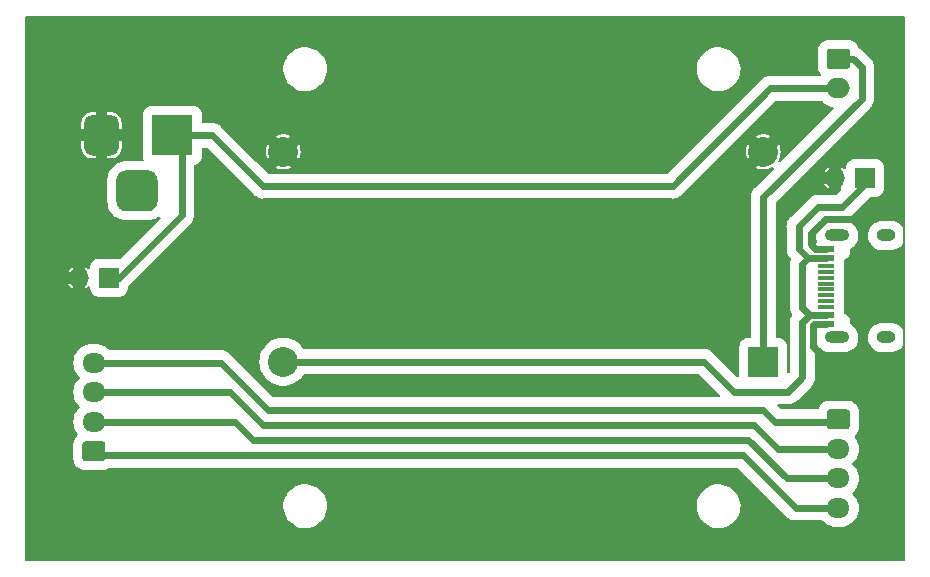
<source format=gbr>
G04 #@! TF.GenerationSoftware,KiCad,Pcbnew,7.0.11+1*
G04 #@! TF.ProjectId,radwag_scale,72616477-6167-45f7-9363-616c652e6b69,rev?*
G04 #@! TF.SameCoordinates,Original*
G04 #@! TF.FileFunction,Copper,L1,Top*
G04 #@! TF.FilePolarity,Positive*
%FSLAX46Y46*%
G04 Gerber Fmt 4.6, Leading zero omitted, Abs format (unit mm)*
%MOMM*%
%LPD*%
G01*
G04 APERTURE LIST*
G04 #@! TA.AperFunction,Profile*
%ADD10C,0.200000*%
G04 #@! TD*
G04 #@! TA.AperFunction,SMDPad,CuDef*
%ADD11R,1.450000X0.600000*%
G04 #@! TD*
G04 #@! TA.AperFunction,SMDPad,CuDef*
%ADD12R,1.450000X0.300000*%
G04 #@! TD*
G04 #@! TA.AperFunction,ComponentPad*
%ADD13O,2.100000X1.000000*%
G04 #@! TD*
G04 #@! TA.AperFunction,ComponentPad*
%ADD14O,1.600000X1.000000*%
G04 #@! TD*
G04 #@! TA.AperFunction,ComponentPad*
%ADD15R,3.500000X3.500000*%
G04 #@! TD*
G04 #@! TA.AperFunction,ComponentPad*
%ADD16O,1.950000X1.700000*%
G04 #@! TD*
G04 #@! TA.AperFunction,ComponentPad*
%ADD17R,1.700000X1.700000*%
G04 #@! TD*
G04 #@! TA.AperFunction,ComponentPad*
%ADD18O,1.700000X1.700000*%
G04 #@! TD*
G04 #@! TA.AperFunction,ComponentPad*
%ADD19R,2.540000X2.540000*%
G04 #@! TD*
G04 #@! TA.AperFunction,ComponentPad*
%ADD20C,2.540000*%
G04 #@! TD*
G04 #@! TA.AperFunction,ComponentPad*
%ADD21O,2.000000X1.700000*%
G04 #@! TD*
G04 #@! TA.AperFunction,Conductor*
%ADD22C,0.600000*%
G04 #@! TD*
G04 APERTURE END LIST*
D10*
X66330000Y-35560000D02*
X140716000Y-35560000D01*
X140716000Y-81534000D01*
X66330000Y-81534000D01*
X66330000Y-35560000D01*
D11*
X134115000Y-61600000D03*
X134115000Y-60800000D03*
D12*
X134115000Y-59650000D03*
X134115000Y-58650000D03*
X134115000Y-58150000D03*
X134115000Y-57150000D03*
D11*
X134115000Y-56000000D03*
X134115000Y-55200000D03*
X134115000Y-55200000D03*
X134115000Y-56000000D03*
D12*
X134115000Y-56650000D03*
X134115000Y-57650000D03*
X134115000Y-59150000D03*
X134115000Y-60150000D03*
D11*
X134115000Y-60800000D03*
X134115000Y-61600000D03*
D13*
X135030000Y-62720000D03*
D14*
X139210000Y-62720000D03*
D13*
X135030000Y-54080000D03*
D14*
X139210000Y-54080000D03*
D15*
X78750000Y-45600000D03*
G04 #@! TA.AperFunction,ComponentPad*
G36*
G01*
X71250000Y-46600000D02*
X71250000Y-44600000D01*
G75*
G02*
X72000000Y-43850000I750000J0D01*
G01*
X73500000Y-43850000D01*
G75*
G02*
X74250000Y-44600000I0J-750000D01*
G01*
X74250000Y-46600000D01*
G75*
G02*
X73500000Y-47350000I-750000J0D01*
G01*
X72000000Y-47350000D01*
G75*
G02*
X71250000Y-46600000I0J750000D01*
G01*
G37*
G04 #@! TD.AperFunction*
G04 #@! TA.AperFunction,ComponentPad*
G36*
G01*
X74000000Y-51175000D02*
X74000000Y-49425000D01*
G75*
G02*
X74875000Y-48550000I875000J0D01*
G01*
X76625000Y-48550000D01*
G75*
G02*
X77500000Y-49425000I0J-875000D01*
G01*
X77500000Y-51175000D01*
G75*
G02*
X76625000Y-52050000I-875000J0D01*
G01*
X74875000Y-52050000D01*
G75*
G02*
X74000000Y-51175000I0J875000D01*
G01*
G37*
G04 #@! TD.AperFunction*
G04 #@! TA.AperFunction,ComponentPad*
G36*
G01*
X72825000Y-73200000D02*
X71375000Y-73200000D01*
G75*
G02*
X71125000Y-72950000I0J250000D01*
G01*
X71125000Y-71750000D01*
G75*
G02*
X71375000Y-71500000I250000J0D01*
G01*
X72825000Y-71500000D01*
G75*
G02*
X73075000Y-71750000I0J-250000D01*
G01*
X73075000Y-72950000D01*
G75*
G02*
X72825000Y-73200000I-250000J0D01*
G01*
G37*
G04 #@! TD.AperFunction*
D16*
X72100000Y-69850000D03*
X72100000Y-67350000D03*
X72100000Y-64850000D03*
D17*
X73375000Y-57650000D03*
D18*
X70835000Y-57650000D03*
D17*
X137400000Y-49200000D03*
D18*
X134860000Y-49200000D03*
D19*
X128778000Y-64770000D03*
D20*
X128778000Y-46990000D03*
X88138000Y-46990000D03*
X88138000Y-64770000D03*
G04 #@! TA.AperFunction,ComponentPad*
G36*
G01*
X134385500Y-38286000D02*
X135885500Y-38286000D01*
G75*
G02*
X136135500Y-38536000I0J-250000D01*
G01*
X136135500Y-39736000D01*
G75*
G02*
X135885500Y-39986000I-250000J0D01*
G01*
X134385500Y-39986000D01*
G75*
G02*
X134135500Y-39736000I0J250000D01*
G01*
X134135500Y-38536000D01*
G75*
G02*
X134385500Y-38286000I250000J0D01*
G01*
G37*
G04 #@! TD.AperFunction*
D21*
X135135500Y-41636000D03*
G04 #@! TA.AperFunction,ComponentPad*
G36*
G01*
X134410500Y-68806000D02*
X135860500Y-68806000D01*
G75*
G02*
X136110500Y-69056000I0J-250000D01*
G01*
X136110500Y-70256000D01*
G75*
G02*
X135860500Y-70506000I-250000J0D01*
G01*
X134410500Y-70506000D01*
G75*
G02*
X134160500Y-70256000I0J250000D01*
G01*
X134160500Y-69056000D01*
G75*
G02*
X134410500Y-68806000I250000J0D01*
G01*
G37*
G04 #@! TD.AperFunction*
D16*
X135135500Y-72156000D03*
X135135500Y-74656000D03*
X135135500Y-77156000D03*
D22*
X73375000Y-57650000D02*
X74250000Y-57650000D01*
X86400000Y-49900000D02*
X121100000Y-49900000D01*
X79550000Y-46400000D02*
X78750000Y-45600000D01*
X79550000Y-52350000D02*
X79550000Y-46400000D01*
X121100000Y-49900000D02*
X129364000Y-41636000D01*
X82100000Y-45600000D02*
X86400000Y-49900000D01*
X78750000Y-45600000D02*
X82100000Y-45600000D01*
X129364000Y-41636000D02*
X135135500Y-41636000D01*
X74250000Y-57650000D02*
X79550000Y-52350000D01*
X132800000Y-53900000D02*
X133800000Y-52900000D01*
X134115000Y-61600000D02*
X133100000Y-61600000D01*
X133200000Y-55200000D02*
X132800000Y-54800000D01*
X132800000Y-54800000D02*
X132800000Y-53900000D01*
X134115000Y-55200000D02*
X133200000Y-55200000D01*
X133800000Y-52900000D02*
X134000000Y-52700000D01*
X133000000Y-61700000D02*
X133000000Y-63500000D01*
X133100000Y-61600000D02*
X133000000Y-61700000D01*
X133000000Y-63500000D02*
X133400000Y-63900000D01*
X134000000Y-52700000D02*
X136600000Y-52700000D01*
X72450000Y-72700000D02*
X127056000Y-72700000D01*
X127056000Y-72700000D02*
X131512000Y-77156000D01*
X72100000Y-72350000D02*
X72450000Y-72700000D01*
X131512000Y-77156000D02*
X135135500Y-77156000D01*
X127508000Y-71374000D02*
X130790000Y-74656000D01*
X85574000Y-71374000D02*
X127508000Y-71374000D01*
X72100000Y-69850000D02*
X84050000Y-69850000D01*
X84050000Y-69850000D02*
X85574000Y-71374000D01*
X130790000Y-74656000D02*
X135135500Y-74656000D01*
X86404000Y-70104000D02*
X128016000Y-70104000D01*
X83650000Y-67350000D02*
X86404000Y-70104000D01*
X130068000Y-72156000D02*
X135135500Y-72156000D01*
X72100000Y-67350000D02*
X83650000Y-67350000D01*
X128016000Y-70104000D02*
X130068000Y-72156000D01*
X135121500Y-72644000D02*
X135185500Y-72708000D01*
X134941500Y-69850000D02*
X135135500Y-69656000D01*
X82850000Y-64850000D02*
X86834000Y-68834000D01*
X129794000Y-69850000D02*
X134941500Y-69850000D01*
X86834000Y-68834000D02*
X128778000Y-68834000D01*
X72100000Y-64850000D02*
X82850000Y-64850000D01*
X128778000Y-68834000D02*
X129794000Y-69850000D01*
X128778000Y-64770000D02*
X128778000Y-50822000D01*
X137100000Y-42500000D02*
X137100000Y-39818000D01*
X128778000Y-50822000D02*
X137100000Y-42500000D01*
X137100000Y-39818000D02*
X136418000Y-39136000D01*
X136418000Y-39136000D02*
X135389500Y-39136000D01*
X131800000Y-55200000D02*
X131800000Y-53300000D01*
X123770000Y-64770000D02*
X126300000Y-67300000D01*
X133400000Y-51700000D02*
X135450000Y-51700000D01*
X132700000Y-60800000D02*
X132100000Y-60200000D01*
X130900000Y-67300000D02*
X132100000Y-66100000D01*
X88138000Y-64770000D02*
X123770000Y-64770000D01*
X137400000Y-49750000D02*
X137400000Y-49200000D01*
X126300000Y-67300000D02*
X130900000Y-67300000D01*
X132700000Y-60800000D02*
X132100000Y-61400000D01*
X131800000Y-53300000D02*
X133400000Y-51700000D01*
X132100000Y-60200000D02*
X132100000Y-56500000D01*
X134115000Y-56000000D02*
X132600000Y-56000000D01*
X135450000Y-51700000D02*
X137400000Y-49750000D01*
X137400000Y-49200000D02*
X137675000Y-49200000D01*
X132600000Y-56000000D02*
X132100000Y-56500000D01*
X132600000Y-56000000D02*
X131800000Y-55200000D01*
X132100000Y-66100000D02*
X132100000Y-61400000D01*
X134115000Y-60800000D02*
X132700000Y-60800000D01*
G04 #@! TA.AperFunction,Conductor*
G36*
X133255637Y-53432506D02*
G01*
X133311571Y-53474377D01*
X133335988Y-53539842D01*
X133326326Y-53597422D01*
X133285897Y-53692009D01*
X133285895Y-53692017D01*
X133235810Y-53911457D01*
X133235808Y-53911468D01*
X133230769Y-54023674D01*
X133225710Y-54136330D01*
X133255925Y-54359387D01*
X133255926Y-54359390D01*
X133325484Y-54573466D01*
X133327674Y-54578591D01*
X133325374Y-54579573D01*
X133337609Y-54637557D01*
X133312784Y-54702868D01*
X133282875Y-54731041D01*
X133245807Y-54755809D01*
X133201603Y-54821965D01*
X133198082Y-54839667D01*
X133165695Y-54901577D01*
X133104978Y-54936149D01*
X133035209Y-54932408D01*
X132988784Y-54903153D01*
X132886819Y-54801188D01*
X132853334Y-54739865D01*
X132850500Y-54713507D01*
X132850500Y-53786493D01*
X132870185Y-53719454D01*
X132886819Y-53698812D01*
X132999097Y-53586534D01*
X133124625Y-53461005D01*
X133185946Y-53427522D01*
X133255637Y-53432506D01*
G37*
G04 #@! TD.AperFunction*
G04 #@! TA.AperFunction,Conductor*
G36*
X140658539Y-35580185D02*
G01*
X140704294Y-35632989D01*
X140715500Y-35684500D01*
X140715500Y-53231631D01*
X140695815Y-53298670D01*
X140643011Y-53344425D01*
X140573853Y-53354369D01*
X140510297Y-53325344D01*
X140494553Y-53308944D01*
X140417510Y-53212336D01*
X140417508Y-53212334D01*
X140247996Y-53064235D01*
X140054764Y-52948785D01*
X139975671Y-52919100D01*
X139844023Y-52869692D01*
X139622550Y-52829500D01*
X139622547Y-52829500D01*
X138853845Y-52829500D01*
X138815399Y-52832960D01*
X138685813Y-52844622D01*
X138685807Y-52844623D01*
X138468839Y-52904503D01*
X138468826Y-52904508D01*
X138266033Y-53002167D01*
X138266025Y-53002171D01*
X138083927Y-53134473D01*
X138083925Y-53134474D01*
X137928366Y-53297176D01*
X137804363Y-53485033D01*
X137715899Y-53692004D01*
X137715895Y-53692017D01*
X137665810Y-53911457D01*
X137665808Y-53911468D01*
X137660769Y-54023674D01*
X137655710Y-54136330D01*
X137685925Y-54359387D01*
X137685926Y-54359390D01*
X137755483Y-54573465D01*
X137862146Y-54771678D01*
X137862148Y-54771681D01*
X138002489Y-54947663D01*
X138002491Y-54947664D01*
X138002492Y-54947666D01*
X138172004Y-55095765D01*
X138365236Y-55211215D01*
X138575976Y-55290307D01*
X138797450Y-55330500D01*
X138797453Y-55330500D01*
X139566148Y-55330500D01*
X139566155Y-55330500D01*
X139734188Y-55315377D01*
X139734192Y-55315376D01*
X139951160Y-55255496D01*
X139951162Y-55255495D01*
X139951170Y-55255493D01*
X140153973Y-55157829D01*
X140336078Y-55025522D01*
X140491632Y-54862825D01*
X140491635Y-54862819D01*
X140494546Y-54859170D01*
X140551731Y-54819024D01*
X140621542Y-54816168D01*
X140681815Y-54851509D01*
X140713414Y-54913825D01*
X140715500Y-54936474D01*
X140715500Y-61871631D01*
X140695815Y-61938670D01*
X140643011Y-61984425D01*
X140573853Y-61994369D01*
X140510297Y-61965344D01*
X140494553Y-61948944D01*
X140417510Y-61852336D01*
X140415409Y-61850500D01*
X140247996Y-61704235D01*
X140054764Y-61588785D01*
X139936775Y-61544503D01*
X139844023Y-61509692D01*
X139622550Y-61469500D01*
X139622547Y-61469500D01*
X138853845Y-61469500D01*
X138815399Y-61472960D01*
X138685813Y-61484622D01*
X138685807Y-61484623D01*
X138468839Y-61544503D01*
X138468826Y-61544508D01*
X138266033Y-61642167D01*
X138266025Y-61642171D01*
X138083927Y-61774473D01*
X138083925Y-61774474D01*
X137928366Y-61937176D01*
X137804363Y-62125033D01*
X137715899Y-62332004D01*
X137715895Y-62332017D01*
X137665810Y-62551457D01*
X137665808Y-62551468D01*
X137659473Y-62692539D01*
X137655710Y-62776330D01*
X137685925Y-62999387D01*
X137685926Y-62999390D01*
X137755483Y-63213465D01*
X137862146Y-63411678D01*
X137862148Y-63411681D01*
X138002489Y-63587663D01*
X138002491Y-63587664D01*
X138002492Y-63587666D01*
X138172004Y-63735765D01*
X138365236Y-63851215D01*
X138575976Y-63930307D01*
X138797450Y-63970500D01*
X138797453Y-63970500D01*
X139566148Y-63970500D01*
X139566155Y-63970500D01*
X139734188Y-63955377D01*
X139734192Y-63955376D01*
X139951160Y-63895496D01*
X139951162Y-63895495D01*
X139951170Y-63895493D01*
X140153973Y-63797829D01*
X140336078Y-63665522D01*
X140491632Y-63502825D01*
X140491635Y-63502819D01*
X140494546Y-63499170D01*
X140551731Y-63459024D01*
X140621542Y-63456168D01*
X140681815Y-63491509D01*
X140713414Y-63553825D01*
X140715500Y-63576474D01*
X140715500Y-81409500D01*
X140695815Y-81476539D01*
X140643011Y-81522294D01*
X140591500Y-81533500D01*
X66454500Y-81533500D01*
X66387461Y-81513815D01*
X66341706Y-81461011D01*
X66330500Y-81409500D01*
X66330500Y-77067763D01*
X88145787Y-77067763D01*
X88175413Y-77337013D01*
X88175415Y-77337024D01*
X88243926Y-77599082D01*
X88243928Y-77599088D01*
X88349870Y-77848390D01*
X88462954Y-78033685D01*
X88490979Y-78079605D01*
X88490986Y-78079615D01*
X88664253Y-78287819D01*
X88664259Y-78287824D01*
X88865998Y-78468582D01*
X89091910Y-78618044D01*
X89337176Y-78733020D01*
X89337183Y-78733022D01*
X89337185Y-78733023D01*
X89596557Y-78811057D01*
X89596564Y-78811058D01*
X89596569Y-78811060D01*
X89864561Y-78850500D01*
X89864566Y-78850500D01*
X90067636Y-78850500D01*
X90119133Y-78846730D01*
X90270156Y-78835677D01*
X90382758Y-78810593D01*
X90534546Y-78776782D01*
X90534548Y-78776781D01*
X90534553Y-78776780D01*
X90787558Y-78680014D01*
X91023777Y-78547441D01*
X91238177Y-78381888D01*
X91426186Y-78186881D01*
X91583799Y-77966579D01*
X91657787Y-77822669D01*
X91707649Y-77725690D01*
X91707651Y-77725684D01*
X91707656Y-77725675D01*
X91795118Y-77469305D01*
X91844319Y-77202933D01*
X91849259Y-77067763D01*
X123145787Y-77067763D01*
X123175413Y-77337013D01*
X123175415Y-77337024D01*
X123243926Y-77599082D01*
X123243928Y-77599088D01*
X123349870Y-77848390D01*
X123462954Y-78033685D01*
X123490979Y-78079605D01*
X123490986Y-78079615D01*
X123664253Y-78287819D01*
X123664259Y-78287824D01*
X123865998Y-78468582D01*
X124091910Y-78618044D01*
X124337176Y-78733020D01*
X124337183Y-78733022D01*
X124337185Y-78733023D01*
X124596557Y-78811057D01*
X124596564Y-78811058D01*
X124596569Y-78811060D01*
X124864561Y-78850500D01*
X124864566Y-78850500D01*
X125067636Y-78850500D01*
X125119133Y-78846730D01*
X125270156Y-78835677D01*
X125382758Y-78810593D01*
X125534546Y-78776782D01*
X125534548Y-78776781D01*
X125534553Y-78776780D01*
X125787558Y-78680014D01*
X126023777Y-78547441D01*
X126238177Y-78381888D01*
X126426186Y-78186881D01*
X126583799Y-77966579D01*
X126657787Y-77822669D01*
X126707649Y-77725690D01*
X126707651Y-77725684D01*
X126707656Y-77725675D01*
X126795118Y-77469305D01*
X126844319Y-77202933D01*
X126854212Y-76932235D01*
X126824586Y-76662982D01*
X126756072Y-76400912D01*
X126650130Y-76151610D01*
X126509018Y-75920390D01*
X126467265Y-75870218D01*
X126335746Y-75712180D01*
X126335740Y-75712175D01*
X126134002Y-75531418D01*
X125908092Y-75381957D01*
X125908090Y-75381956D01*
X125662824Y-75266980D01*
X125662819Y-75266978D01*
X125662814Y-75266976D01*
X125403442Y-75188942D01*
X125403428Y-75188939D01*
X125287791Y-75171921D01*
X125135439Y-75149500D01*
X124932369Y-75149500D01*
X124932364Y-75149500D01*
X124729844Y-75164323D01*
X124729831Y-75164325D01*
X124465453Y-75223217D01*
X124465446Y-75223220D01*
X124212439Y-75319987D01*
X123976226Y-75452557D01*
X123761822Y-75618112D01*
X123573822Y-75813109D01*
X123573816Y-75813116D01*
X123416202Y-76033419D01*
X123416199Y-76033424D01*
X123292350Y-76274309D01*
X123292343Y-76274327D01*
X123204884Y-76530685D01*
X123204881Y-76530699D01*
X123155681Y-76797068D01*
X123155680Y-76797075D01*
X123145787Y-77067763D01*
X91849259Y-77067763D01*
X91854212Y-76932235D01*
X91824586Y-76662982D01*
X91756072Y-76400912D01*
X91650130Y-76151610D01*
X91509018Y-75920390D01*
X91467265Y-75870218D01*
X91335746Y-75712180D01*
X91335740Y-75712175D01*
X91134002Y-75531418D01*
X90908092Y-75381957D01*
X90908090Y-75381956D01*
X90662824Y-75266980D01*
X90662819Y-75266978D01*
X90662814Y-75266976D01*
X90403442Y-75188942D01*
X90403428Y-75188939D01*
X90287791Y-75171921D01*
X90135439Y-75149500D01*
X89932369Y-75149500D01*
X89932364Y-75149500D01*
X89729844Y-75164323D01*
X89729831Y-75164325D01*
X89465453Y-75223217D01*
X89465446Y-75223220D01*
X89212439Y-75319987D01*
X88976226Y-75452557D01*
X88761822Y-75618112D01*
X88573822Y-75813109D01*
X88573816Y-75813116D01*
X88416202Y-76033419D01*
X88416199Y-76033424D01*
X88292350Y-76274309D01*
X88292343Y-76274327D01*
X88204884Y-76530685D01*
X88204881Y-76530699D01*
X88155681Y-76797068D01*
X88155680Y-76797075D01*
X88145787Y-77067763D01*
X66330500Y-77067763D01*
X66330500Y-67524130D01*
X66333342Y-66218834D01*
X66350908Y-58150000D01*
X69911671Y-58150000D01*
X69957727Y-58236166D01*
X69957732Y-58236173D01*
X70088944Y-58396055D01*
X70248826Y-58527266D01*
X70335000Y-58573326D01*
X70335000Y-58150000D01*
X69911671Y-58150000D01*
X66350908Y-58150000D01*
X66351840Y-57721889D01*
X70335000Y-57721889D01*
X70375507Y-57859844D01*
X70453239Y-57980798D01*
X70561900Y-58074952D01*
X70692685Y-58134680D01*
X70799237Y-58150000D01*
X70870763Y-58150000D01*
X70977315Y-58134680D01*
X71108100Y-58074952D01*
X71216761Y-57980798D01*
X71294493Y-57859844D01*
X71335000Y-57721889D01*
X71335000Y-58573326D01*
X71421173Y-58527266D01*
X71571835Y-58403621D01*
X71636144Y-58376308D01*
X71705012Y-58388099D01*
X71756572Y-58435251D01*
X71774500Y-58499472D01*
X71774500Y-58550000D01*
X71774501Y-58550019D01*
X71785000Y-58652796D01*
X71785001Y-58652799D01*
X71840185Y-58819331D01*
X71840186Y-58819334D01*
X71932288Y-58968656D01*
X72056344Y-59092712D01*
X72205666Y-59184814D01*
X72372203Y-59239999D01*
X72474991Y-59250500D01*
X74275008Y-59250499D01*
X74377797Y-59239999D01*
X74544334Y-59184814D01*
X74693656Y-59092712D01*
X74817712Y-58968656D01*
X74909814Y-58819334D01*
X74964999Y-58652797D01*
X74975500Y-58550009D01*
X74975499Y-58466255D01*
X74995183Y-58399218D01*
X75003633Y-58387607D01*
X75027385Y-58358664D01*
X75031447Y-58354182D01*
X80254171Y-53131458D01*
X80258674Y-53127378D01*
X80296409Y-53096411D01*
X80298333Y-53094067D01*
X80427685Y-52936450D01*
X80525232Y-52753954D01*
X80585300Y-52555934D01*
X80600500Y-52401608D01*
X80600500Y-52401607D01*
X80605583Y-52350000D01*
X80600799Y-52301424D01*
X80600500Y-52295343D01*
X80600500Y-48196869D01*
X80620185Y-48129830D01*
X80672989Y-48084075D01*
X80685486Y-48079166D01*
X80819334Y-48034814D01*
X80968656Y-47942712D01*
X81092712Y-47818656D01*
X81184814Y-47669334D01*
X81239999Y-47502797D01*
X81250500Y-47400009D01*
X81250500Y-46774500D01*
X81270185Y-46707461D01*
X81322989Y-46661706D01*
X81374500Y-46650500D01*
X81613507Y-46650500D01*
X81680546Y-46670185D01*
X81701187Y-46686818D01*
X85618546Y-50604178D01*
X85622626Y-50608680D01*
X85653587Y-50646407D01*
X85653588Y-50646408D01*
X85653590Y-50646410D01*
X85675877Y-50664700D01*
X85693671Y-50679303D01*
X85693682Y-50679313D01*
X85749070Y-50724769D01*
X85813549Y-50777685D01*
X85970845Y-50861762D01*
X85987330Y-50870574D01*
X85996045Y-50875232D01*
X86194066Y-50935300D01*
X86400000Y-50955583D01*
X86435436Y-50952092D01*
X86448576Y-50950799D01*
X86454657Y-50950500D01*
X121045343Y-50950500D01*
X121051424Y-50950799D01*
X121065580Y-50952192D01*
X121100000Y-50955583D01*
X121305934Y-50935300D01*
X121503955Y-50875232D01*
X121686450Y-50777685D01*
X121738689Y-50734814D01*
X121846410Y-50646410D01*
X121846413Y-50646407D01*
X121877378Y-50608674D01*
X121881462Y-50604168D01*
X125495625Y-46990005D01*
X127302962Y-46990005D01*
X127323079Y-47232779D01*
X127382883Y-47468942D01*
X127446627Y-47614265D01*
X128070893Y-46990000D01*
X127446627Y-46365734D01*
X127382883Y-46511057D01*
X127323079Y-46747220D01*
X127302962Y-46989994D01*
X127302962Y-46990005D01*
X125495625Y-46990005D01*
X126828460Y-45657170D01*
X128152276Y-45657170D01*
X128778000Y-46282893D01*
X128778001Y-46282893D01*
X129403722Y-45657170D01*
X129403722Y-45657169D01*
X129370522Y-45639203D01*
X129370511Y-45639198D01*
X129140102Y-45560098D01*
X128899807Y-45520000D01*
X128656193Y-45520000D01*
X128415897Y-45560098D01*
X128185492Y-45639197D01*
X128185476Y-45639203D01*
X128152276Y-45657170D01*
X126828460Y-45657170D01*
X129762812Y-42722819D01*
X129824135Y-42689334D01*
X129850493Y-42686500D01*
X133720751Y-42686500D01*
X133787790Y-42706185D01*
X133815037Y-42729965D01*
X133850276Y-42771224D01*
X134041843Y-42934838D01*
X134041846Y-42934839D01*
X134256640Y-43066466D01*
X134361744Y-43110001D01*
X134489389Y-43162873D01*
X134646731Y-43200647D01*
X134707323Y-43235437D01*
X134739487Y-43297464D01*
X134733011Y-43367033D01*
X134705465Y-43408902D01*
X130266598Y-47847769D01*
X130205275Y-47881254D01*
X130135583Y-47876270D01*
X130079650Y-47834398D01*
X130055233Y-47768934D01*
X130070085Y-47700661D01*
X130075118Y-47692251D01*
X130075260Y-47692033D01*
X130173115Y-47468944D01*
X130232920Y-47232779D01*
X130253038Y-46990005D01*
X130253038Y-46989994D01*
X130232920Y-46747220D01*
X130173116Y-46511057D01*
X130109372Y-46365734D01*
X130109371Y-46365733D01*
X129169567Y-47305538D01*
X129237493Y-47199844D01*
X129278000Y-47061889D01*
X129278000Y-46918111D01*
X129237493Y-46780156D01*
X129159761Y-46659202D01*
X129051100Y-46565048D01*
X128920315Y-46505320D01*
X128813763Y-46490000D01*
X128742237Y-46490000D01*
X128635685Y-46505320D01*
X128504900Y-46565048D01*
X128396239Y-46659202D01*
X128318507Y-46780156D01*
X128278000Y-46918111D01*
X128278000Y-47061889D01*
X128318507Y-47199844D01*
X128396239Y-47320798D01*
X128504900Y-47414952D01*
X128635685Y-47474680D01*
X128742237Y-47490000D01*
X128813763Y-47490000D01*
X128920315Y-47474680D01*
X129051100Y-47414952D01*
X129118918Y-47356187D01*
X128778000Y-47697107D01*
X128152277Y-48322828D01*
X128185488Y-48340801D01*
X128185490Y-48340802D01*
X128415897Y-48419901D01*
X128656193Y-48460000D01*
X128899807Y-48460000D01*
X129140102Y-48419901D01*
X129370508Y-48340802D01*
X129370526Y-48340795D01*
X129500450Y-48270483D01*
X129568778Y-48255887D01*
X129634150Y-48280549D01*
X129675812Y-48336640D01*
X129680534Y-48406350D01*
X129647149Y-48467218D01*
X128073839Y-50040529D01*
X128069329Y-50044616D01*
X128031592Y-50075587D01*
X127927196Y-50202796D01*
X127900316Y-50235549D01*
X127900314Y-50235552D01*
X127802769Y-50418041D01*
X127742699Y-50616068D01*
X127722417Y-50822000D01*
X127727201Y-50870574D01*
X127727500Y-50876655D01*
X127727500Y-62625500D01*
X127707815Y-62692539D01*
X127655011Y-62738294D01*
X127603501Y-62749500D01*
X127457999Y-62749500D01*
X127457980Y-62749501D01*
X127355203Y-62760000D01*
X127355200Y-62760001D01*
X127188668Y-62815185D01*
X127188663Y-62815187D01*
X127039342Y-62907289D01*
X126915289Y-63031342D01*
X126823187Y-63180663D01*
X126823186Y-63180666D01*
X126768001Y-63347203D01*
X126768001Y-63347204D01*
X126768000Y-63347204D01*
X126757500Y-63449983D01*
X126757500Y-65972507D01*
X126737815Y-66039546D01*
X126685011Y-66085301D01*
X126615853Y-66095245D01*
X126552297Y-66066220D01*
X126545832Y-66060200D01*
X124551456Y-64065825D01*
X124547378Y-64061325D01*
X124516408Y-64023588D01*
X124356450Y-63892315D01*
X124356447Y-63892313D01*
X124323623Y-63874768D01*
X124173957Y-63794769D01*
X124173956Y-63794768D01*
X124173955Y-63794768D01*
X123975934Y-63734700D01*
X123975931Y-63734699D01*
X123975933Y-63734699D01*
X123790282Y-63716414D01*
X123770000Y-63714417D01*
X123769999Y-63714417D01*
X123721424Y-63719201D01*
X123715343Y-63719500D01*
X89933891Y-63719500D01*
X89866852Y-63699815D01*
X89832587Y-63667008D01*
X89708989Y-63491909D01*
X89675609Y-63456168D01*
X89520321Y-63289896D01*
X89305905Y-63115455D01*
X89305903Y-63115454D01*
X89305901Y-63115452D01*
X89069731Y-62971834D01*
X88816209Y-62861714D01*
X88550048Y-62787139D01*
X88550044Y-62787138D01*
X88550043Y-62787138D01*
X88352607Y-62760001D01*
X88276207Y-62749500D01*
X88276206Y-62749500D01*
X87999794Y-62749500D01*
X87999793Y-62749500D01*
X87725957Y-62787138D01*
X87725951Y-62787139D01*
X87459790Y-62861714D01*
X87206268Y-62971834D01*
X86970098Y-63115452D01*
X86755682Y-63289893D01*
X86567014Y-63491904D01*
X86407611Y-63717728D01*
X86280443Y-63963151D01*
X86187881Y-64223596D01*
X86187876Y-64223613D01*
X86131642Y-64494229D01*
X86131641Y-64494231D01*
X86112779Y-64770000D01*
X86131641Y-65045768D01*
X86131642Y-65045770D01*
X86187876Y-65316386D01*
X86187881Y-65316403D01*
X86280443Y-65576848D01*
X86407611Y-65822271D01*
X86567014Y-66048095D01*
X86606159Y-66090008D01*
X86755679Y-66250104D01*
X86970095Y-66424545D01*
X86970097Y-66424546D01*
X86970098Y-66424547D01*
X87206268Y-66568165D01*
X87459790Y-66678285D01*
X87459795Y-66678287D01*
X87725957Y-66752862D01*
X87966703Y-66785951D01*
X87999793Y-66790500D01*
X87999794Y-66790500D01*
X88276207Y-66790500D01*
X88305729Y-66786442D01*
X88550043Y-66752862D01*
X88816205Y-66678287D01*
X89069733Y-66568164D01*
X89305905Y-66424545D01*
X89520321Y-66250104D01*
X89708987Y-66048093D01*
X89762341Y-65972507D01*
X89832587Y-65872992D01*
X89887328Y-65829574D01*
X89933891Y-65820500D01*
X123283507Y-65820500D01*
X123350546Y-65840185D01*
X123371188Y-65856819D01*
X125086187Y-67571819D01*
X125119672Y-67633142D01*
X125114688Y-67702834D01*
X125072816Y-67758767D01*
X125007352Y-67783184D01*
X124998506Y-67783500D01*
X87320493Y-67783500D01*
X87253454Y-67763815D01*
X87232812Y-67747181D01*
X85458138Y-65972507D01*
X83631456Y-64145825D01*
X83627378Y-64141325D01*
X83624596Y-64137935D01*
X83596410Y-64103590D01*
X83596408Y-64103588D01*
X83436452Y-63972316D01*
X83404761Y-63955376D01*
X83253958Y-63874769D01*
X83253955Y-63874768D01*
X83055934Y-63814700D01*
X83055931Y-63814699D01*
X83055933Y-63814699D01*
X82870282Y-63796414D01*
X82850000Y-63794417D01*
X82849999Y-63794417D01*
X82801424Y-63799201D01*
X82795343Y-63799500D01*
X73489749Y-63799500D01*
X73422710Y-63779815D01*
X73395462Y-63756034D01*
X73360224Y-63714776D01*
X73302560Y-63665526D01*
X73168656Y-63551161D01*
X73168653Y-63551160D01*
X72953859Y-63419533D01*
X72721110Y-63323126D01*
X72476150Y-63264317D01*
X72287884Y-63249500D01*
X72287882Y-63249500D01*
X71912118Y-63249500D01*
X71912116Y-63249500D01*
X71723849Y-63264317D01*
X71478889Y-63323126D01*
X71246140Y-63419533D01*
X71031346Y-63551160D01*
X71031343Y-63551161D01*
X70839776Y-63714776D01*
X70676161Y-63906343D01*
X70676160Y-63906346D01*
X70544533Y-64121140D01*
X70448126Y-64353889D01*
X70389317Y-64598848D01*
X70369551Y-64850000D01*
X70389317Y-65101151D01*
X70448126Y-65346110D01*
X70544533Y-65578859D01*
X70676160Y-65793653D01*
X70676161Y-65793656D01*
X70839776Y-65985224D01*
X70863763Y-66005711D01*
X70901955Y-66064218D01*
X70902453Y-66134086D01*
X70865099Y-66193132D01*
X70863763Y-66194289D01*
X70839776Y-66214775D01*
X70676161Y-66406343D01*
X70676160Y-66406346D01*
X70544533Y-66621140D01*
X70448126Y-66853889D01*
X70389317Y-67098848D01*
X70369551Y-67350000D01*
X70389317Y-67601151D01*
X70448126Y-67846110D01*
X70544533Y-68078859D01*
X70676160Y-68293653D01*
X70676161Y-68293656D01*
X70839776Y-68485224D01*
X70863763Y-68505711D01*
X70901955Y-68564218D01*
X70902453Y-68634086D01*
X70865099Y-68693132D01*
X70863763Y-68694289D01*
X70839776Y-68714775D01*
X70676161Y-68906343D01*
X70676160Y-68906346D01*
X70544533Y-69121140D01*
X70448126Y-69353889D01*
X70389317Y-69598848D01*
X70369551Y-69850000D01*
X70389317Y-70101151D01*
X70448126Y-70346110D01*
X70544533Y-70578859D01*
X70676160Y-70793653D01*
X70676161Y-70793655D01*
X70712202Y-70835854D01*
X70740772Y-70899615D01*
X70730334Y-70968701D01*
X70696273Y-71012486D01*
X70663891Y-71038890D01*
X70535304Y-71196590D01*
X70535302Y-71196593D01*
X70488196Y-71286772D01*
X70441089Y-71376954D01*
X70423674Y-71437819D01*
X70386187Y-71568834D01*
X70385114Y-71572583D01*
X70385113Y-71572586D01*
X70374500Y-71691965D01*
X70374500Y-71691966D01*
X70374501Y-73008032D01*
X70374501Y-73008033D01*
X70385113Y-73127415D01*
X70441089Y-73323045D01*
X70441090Y-73323048D01*
X70441091Y-73323049D01*
X70535302Y-73503407D01*
X70535304Y-73503409D01*
X70663890Y-73661109D01*
X70726728Y-73712346D01*
X70821593Y-73789698D01*
X71001951Y-73883909D01*
X71197582Y-73939886D01*
X71316963Y-73950500D01*
X71316964Y-73950499D01*
X71316965Y-73950500D01*
X71316966Y-73950500D01*
X71988137Y-73950499D01*
X72883036Y-73950499D01*
X73002418Y-73939886D01*
X73198049Y-73883909D01*
X73378407Y-73789698D01*
X73392266Y-73778397D01*
X73456661Y-73751289D01*
X73470626Y-73750500D01*
X126569507Y-73750500D01*
X126636546Y-73770185D01*
X126657188Y-73786819D01*
X130730541Y-77860172D01*
X130734621Y-77864674D01*
X130765589Y-77902410D01*
X130843782Y-77966580D01*
X130925550Y-78033685D01*
X131108046Y-78131232D01*
X131306066Y-78191300D01*
X131306065Y-78191300D01*
X131324529Y-78193118D01*
X131512000Y-78211583D01*
X131547436Y-78208092D01*
X131560576Y-78206799D01*
X131566657Y-78206500D01*
X133745751Y-78206500D01*
X133812790Y-78226185D01*
X133840037Y-78249965D01*
X133872368Y-78287819D01*
X133875276Y-78291224D01*
X134066843Y-78454838D01*
X134066846Y-78454839D01*
X134281640Y-78586466D01*
X134357877Y-78618044D01*
X134514389Y-78682873D01*
X134759352Y-78741683D01*
X134915450Y-78753968D01*
X134947616Y-78756500D01*
X134947618Y-78756500D01*
X135323384Y-78756500D01*
X135353018Y-78754167D01*
X135511648Y-78741683D01*
X135756611Y-78682873D01*
X135989359Y-78586466D01*
X136204159Y-78454836D01*
X136395724Y-78291224D01*
X136559336Y-78099659D01*
X136690966Y-77884859D01*
X136787373Y-77652111D01*
X136846183Y-77407148D01*
X136865949Y-77156000D01*
X136846183Y-76904852D01*
X136787373Y-76659889D01*
X136733861Y-76530699D01*
X136690966Y-76427140D01*
X136559339Y-76212346D01*
X136559338Y-76212343D01*
X136395724Y-76020776D01*
X136395722Y-76020774D01*
X136371736Y-76000288D01*
X136333545Y-75941784D01*
X136333045Y-75871916D01*
X136370399Y-75812870D01*
X136371669Y-75811768D01*
X136395724Y-75791224D01*
X136559336Y-75599659D01*
X136690966Y-75384859D01*
X136787373Y-75152111D01*
X136846183Y-74907148D01*
X136865949Y-74656000D01*
X136846183Y-74404852D01*
X136787373Y-74159889D01*
X136700642Y-73950500D01*
X136690966Y-73927140D01*
X136559339Y-73712346D01*
X136559338Y-73712343D01*
X136395724Y-73520776D01*
X136395722Y-73520774D01*
X136371736Y-73500288D01*
X136333545Y-73441784D01*
X136333045Y-73371916D01*
X136370399Y-73312870D01*
X136371669Y-73311768D01*
X136395724Y-73291224D01*
X136559336Y-73099659D01*
X136690966Y-72884859D01*
X136787373Y-72652111D01*
X136846183Y-72407148D01*
X136865949Y-72156000D01*
X136846183Y-71904852D01*
X136787373Y-71659889D01*
X136751210Y-71572583D01*
X136690966Y-71427140D01*
X136559339Y-71212346D01*
X136559338Y-71212344D01*
X136559337Y-71212343D01*
X136559336Y-71212341D01*
X136523295Y-71170143D01*
X136494726Y-71106385D01*
X136505163Y-71037299D01*
X136539224Y-70993514D01*
X136571609Y-70967109D01*
X136700198Y-70809407D01*
X136794409Y-70629049D01*
X136850386Y-70433418D01*
X136861000Y-70314037D01*
X136860999Y-68997964D01*
X136850386Y-68878582D01*
X136797322Y-68693132D01*
X136794410Y-68682954D01*
X136794409Y-68682953D01*
X136794409Y-68682951D01*
X136700198Y-68502593D01*
X136596350Y-68375233D01*
X136571609Y-68344890D01*
X136413909Y-68216304D01*
X136413910Y-68216304D01*
X136413907Y-68216302D01*
X136233549Y-68122091D01*
X136233548Y-68122090D01*
X136233545Y-68122089D01*
X136116329Y-68088550D01*
X136037918Y-68066114D01*
X136037915Y-68066113D01*
X136037913Y-68066113D01*
X135947483Y-68058073D01*
X135918537Y-68055500D01*
X135918535Y-68055500D01*
X135918534Y-68055500D01*
X135247362Y-68055500D01*
X134352464Y-68055501D01*
X134323227Y-68058100D01*
X134233084Y-68066113D01*
X134037454Y-68122089D01*
X133947272Y-68169196D01*
X133857093Y-68216302D01*
X133857091Y-68216303D01*
X133857090Y-68216304D01*
X133699390Y-68344890D01*
X133570804Y-68502590D01*
X133570802Y-68502593D01*
X133568568Y-68506870D01*
X133476588Y-68682956D01*
X133468961Y-68709613D01*
X133431593Y-68768650D01*
X133368239Y-68798113D01*
X133349746Y-68799500D01*
X130280493Y-68799500D01*
X130213454Y-68779815D01*
X130192812Y-68763181D01*
X129991812Y-68562181D01*
X129958327Y-68500858D01*
X129963311Y-68431166D01*
X130005183Y-68375233D01*
X130070647Y-68350816D01*
X130079493Y-68350500D01*
X130845343Y-68350500D01*
X130851424Y-68350799D01*
X130865580Y-68352192D01*
X130900000Y-68355583D01*
X131105934Y-68335300D01*
X131303955Y-68275232D01*
X131486450Y-68177685D01*
X131585484Y-68096410D01*
X131646410Y-68046410D01*
X131677378Y-68008673D01*
X131681458Y-68004171D01*
X132804176Y-66881454D01*
X132808668Y-66877382D01*
X132846410Y-66846410D01*
X132911640Y-66766927D01*
X132977685Y-66686451D01*
X133075232Y-66503955D01*
X133135300Y-66305934D01*
X133155583Y-66100000D01*
X133150799Y-66051424D01*
X133150500Y-66045343D01*
X133150500Y-63380398D01*
X133170185Y-63313359D01*
X133222989Y-63267604D01*
X133292147Y-63257660D01*
X133355703Y-63286685D01*
X133383694Y-63321638D01*
X133432146Y-63411678D01*
X133432148Y-63411681D01*
X133572489Y-63587663D01*
X133572491Y-63587664D01*
X133572492Y-63587666D01*
X133742004Y-63735765D01*
X133935236Y-63851215D01*
X134145976Y-63930307D01*
X134367450Y-63970500D01*
X134367453Y-63970500D01*
X135636148Y-63970500D01*
X135636155Y-63970500D01*
X135804188Y-63955377D01*
X135804192Y-63955376D01*
X136021160Y-63895496D01*
X136021162Y-63895495D01*
X136021170Y-63895493D01*
X136223973Y-63797829D01*
X136406078Y-63665522D01*
X136561632Y-63502825D01*
X136685635Y-63314968D01*
X136705880Y-63267604D01*
X136774100Y-63107995D01*
X136774099Y-63107995D01*
X136774103Y-63107988D01*
X136824191Y-62888537D01*
X136834290Y-62663670D01*
X136804075Y-62440613D01*
X136734517Y-62226536D01*
X136627852Y-62028319D01*
X136487508Y-61852334D01*
X136398391Y-61774474D01*
X136317999Y-61704237D01*
X136317996Y-61704235D01*
X136164122Y-61612300D01*
X136116670Y-61561018D01*
X136104475Y-61492221D01*
X136113162Y-61458402D01*
X136120687Y-61440236D01*
X136140466Y-61290000D01*
X136120687Y-61139764D01*
X136062698Y-60999767D01*
X135970451Y-60879549D01*
X135850233Y-60787302D01*
X135850229Y-60787300D01*
X135710236Y-60729313D01*
X135710228Y-60729312D01*
X135698309Y-60727742D01*
X135634414Y-60699474D01*
X135595945Y-60641149D01*
X135590499Y-60604804D01*
X135590499Y-60449997D01*
X135590499Y-60449992D01*
X135586679Y-60412599D01*
X135586679Y-60387405D01*
X135590500Y-60350009D01*
X135590499Y-59949992D01*
X135586679Y-59912599D01*
X135586679Y-59887405D01*
X135590500Y-59850009D01*
X135590499Y-59449992D01*
X135586679Y-59412599D01*
X135586679Y-59387405D01*
X135590500Y-59350009D01*
X135590499Y-58949992D01*
X135586679Y-58912599D01*
X135586679Y-58887405D01*
X135590500Y-58850009D01*
X135590499Y-58449992D01*
X135586679Y-58412599D01*
X135586679Y-58387405D01*
X135590500Y-58350009D01*
X135590499Y-57949992D01*
X135586679Y-57912599D01*
X135586679Y-57887405D01*
X135590500Y-57850009D01*
X135590499Y-57449992D01*
X135586679Y-57412599D01*
X135586679Y-57387405D01*
X135590500Y-57350009D01*
X135590499Y-56949992D01*
X135586679Y-56912599D01*
X135586679Y-56887405D01*
X135590500Y-56850009D01*
X135590499Y-56449992D01*
X135586679Y-56412599D01*
X135586679Y-56387405D01*
X135590500Y-56350009D01*
X135590500Y-56195195D01*
X135610185Y-56128156D01*
X135662989Y-56082401D01*
X135698314Y-56072256D01*
X135710236Y-56070687D01*
X135850233Y-56012698D01*
X135970451Y-55920451D01*
X136062698Y-55800233D01*
X136120687Y-55660236D01*
X136140466Y-55510000D01*
X136120687Y-55359764D01*
X136112991Y-55341185D01*
X136105522Y-55271721D01*
X136136795Y-55209241D01*
X136173749Y-55182014D01*
X136223973Y-55157829D01*
X136309400Y-55095763D01*
X136406072Y-55025527D01*
X136406074Y-55025525D01*
X136406074Y-55025524D01*
X136406078Y-55025522D01*
X136561632Y-54862825D01*
X136685635Y-54674968D01*
X136774103Y-54467988D01*
X136824191Y-54248537D01*
X136834290Y-54023670D01*
X136804075Y-53800613D01*
X136734517Y-53586536D01*
X136627852Y-53388319D01*
X136487508Y-53212334D01*
X136317996Y-53064235D01*
X136124764Y-52948785D01*
X135921538Y-52872513D01*
X135865690Y-52830528D01*
X135841407Y-52765013D01*
X135856398Y-52696771D01*
X135905905Y-52647467D01*
X135906497Y-52647146D01*
X136036450Y-52577685D01*
X136156323Y-52479308D01*
X136196410Y-52446410D01*
X136227378Y-52408673D01*
X136231458Y-52404171D01*
X137798813Y-50836818D01*
X137860136Y-50803333D01*
X137886494Y-50800499D01*
X138300002Y-50800499D01*
X138300008Y-50800499D01*
X138402797Y-50789999D01*
X138569334Y-50734814D01*
X138718656Y-50642712D01*
X138842712Y-50518656D01*
X138934814Y-50369334D01*
X138989999Y-50202797D01*
X139000500Y-50100009D01*
X139000499Y-48299992D01*
X138994500Y-48241270D01*
X138989999Y-48197203D01*
X138989998Y-48197200D01*
X138981975Y-48172988D01*
X138934814Y-48030666D01*
X138842712Y-47881344D01*
X138718656Y-47757288D01*
X138625888Y-47700069D01*
X138569336Y-47665187D01*
X138569331Y-47665185D01*
X138567862Y-47664698D01*
X138402797Y-47610001D01*
X138402795Y-47610000D01*
X138300010Y-47599500D01*
X136499998Y-47599500D01*
X136499981Y-47599501D01*
X136397203Y-47610000D01*
X136397200Y-47610001D01*
X136230668Y-47665185D01*
X136230663Y-47665187D01*
X136081342Y-47757289D01*
X135957289Y-47881342D01*
X135865187Y-48030663D01*
X135865186Y-48030666D01*
X135810001Y-48197203D01*
X135810001Y-48197204D01*
X135810000Y-48197204D01*
X135799500Y-48299983D01*
X135799500Y-48350524D01*
X135779815Y-48417563D01*
X135727011Y-48463318D01*
X135657853Y-48473262D01*
X135596835Y-48446377D01*
X135446173Y-48322733D01*
X135446166Y-48322727D01*
X135360000Y-48276671D01*
X135360000Y-49128111D01*
X135319493Y-48990156D01*
X135241761Y-48869202D01*
X135133100Y-48775048D01*
X135002315Y-48715320D01*
X134895763Y-48700000D01*
X134824237Y-48700000D01*
X134717685Y-48715320D01*
X134586900Y-48775048D01*
X134478239Y-48869202D01*
X134400507Y-48990156D01*
X134360000Y-49128111D01*
X134360000Y-49271889D01*
X134400507Y-49409844D01*
X134478239Y-49530798D01*
X134586900Y-49624952D01*
X134717685Y-49684680D01*
X134824237Y-49700000D01*
X134895763Y-49700000D01*
X135002315Y-49684680D01*
X135133100Y-49624952D01*
X135241761Y-49530798D01*
X135319493Y-49409844D01*
X135360000Y-49271889D01*
X135360000Y-50134511D01*
X135384291Y-50160836D01*
X135396389Y-50229650D01*
X135369363Y-50294082D01*
X135360842Y-50303526D01*
X135051186Y-50613182D01*
X134989865Y-50646666D01*
X134963507Y-50649500D01*
X133454657Y-50649500D01*
X133448576Y-50649201D01*
X133400000Y-50644417D01*
X133348392Y-50649500D01*
X133194067Y-50664699D01*
X132996043Y-50724769D01*
X132897052Y-50777682D01*
X132813550Y-50822315D01*
X132813548Y-50822316D01*
X132813547Y-50822317D01*
X132653590Y-50953588D01*
X132622621Y-50991325D01*
X132618533Y-50995835D01*
X131095839Y-52518529D01*
X131091329Y-52522616D01*
X131053592Y-52553587D01*
X130953762Y-52675232D01*
X130922315Y-52713549D01*
X130824769Y-52896042D01*
X130824767Y-52896046D01*
X130808770Y-52948785D01*
X130764699Y-53094067D01*
X130751540Y-53227685D01*
X130744417Y-53300000D01*
X130749201Y-53348574D01*
X130749500Y-53354655D01*
X130749500Y-55145343D01*
X130749201Y-55151424D01*
X130744417Y-55199999D01*
X130744417Y-55200000D01*
X130749500Y-55251607D01*
X130749500Y-55251608D01*
X130749883Y-55255493D01*
X130755781Y-55315377D01*
X130764699Y-55405931D01*
X130764700Y-55405934D01*
X130824768Y-55603955D01*
X130902565Y-55749500D01*
X130922315Y-55786450D01*
X131013665Y-55897761D01*
X131053588Y-55946408D01*
X131082877Y-55970445D01*
X131122211Y-56028191D01*
X131124082Y-56098035D01*
X131122877Y-56102278D01*
X131098777Y-56181725D01*
X131064699Y-56294068D01*
X131044417Y-56500000D01*
X131049201Y-56548574D01*
X131049500Y-56554655D01*
X131049500Y-60145343D01*
X131049201Y-60151424D01*
X131044417Y-60199999D01*
X131064699Y-60405931D01*
X131124769Y-60603958D01*
X131191773Y-60729312D01*
X131198312Y-60741545D01*
X131212555Y-60809947D01*
X131198313Y-60858454D01*
X131124769Y-60996041D01*
X131064699Y-61194068D01*
X131044417Y-61400000D01*
X131049201Y-61448574D01*
X131049500Y-61454655D01*
X131049500Y-65613505D01*
X131029815Y-65680544D01*
X131013181Y-65701186D01*
X131010180Y-65704187D01*
X130948857Y-65737672D01*
X130879165Y-65732688D01*
X130823232Y-65690816D01*
X130798815Y-65625352D01*
X130798499Y-65616506D01*
X130798499Y-63449998D01*
X130798498Y-63449981D01*
X130787999Y-63347203D01*
X130787998Y-63347200D01*
X130780021Y-63323126D01*
X130732814Y-63180666D01*
X130640712Y-63031344D01*
X130516656Y-62907288D01*
X130367334Y-62815186D01*
X130200797Y-62760001D01*
X130200795Y-62760000D01*
X130098016Y-62749500D01*
X130098009Y-62749500D01*
X129952500Y-62749500D01*
X129885461Y-62729815D01*
X129839706Y-62677011D01*
X129828500Y-62625500D01*
X129828500Y-51308492D01*
X129848185Y-51241453D01*
X129864814Y-51220816D01*
X131385630Y-49700000D01*
X133936671Y-49700000D01*
X133982727Y-49786166D01*
X133982732Y-49786173D01*
X134113944Y-49946055D01*
X134273826Y-50077266D01*
X134360000Y-50123326D01*
X134360000Y-49700000D01*
X133936671Y-49700000D01*
X131385630Y-49700000D01*
X132385631Y-48699999D01*
X133936671Y-48699999D01*
X133936672Y-48700000D01*
X134360000Y-48700000D01*
X134360000Y-48276671D01*
X134359999Y-48276671D01*
X134273833Y-48322727D01*
X134273826Y-48322732D01*
X134113944Y-48453944D01*
X133982732Y-48613826D01*
X133982727Y-48613833D01*
X133936671Y-48699999D01*
X132385631Y-48699999D01*
X137804171Y-43281458D01*
X137808674Y-43277378D01*
X137833153Y-43257289D01*
X137846410Y-43246410D01*
X137914967Y-43162873D01*
X137977685Y-43086451D01*
X138075232Y-42903955D01*
X138135300Y-42705934D01*
X138155583Y-42500000D01*
X138150799Y-42451424D01*
X138150500Y-42445343D01*
X138150500Y-39872655D01*
X138150799Y-39866574D01*
X138151805Y-39856352D01*
X138155583Y-39818000D01*
X138135300Y-39612066D01*
X138075232Y-39414046D01*
X137977685Y-39231550D01*
X137912080Y-39151610D01*
X137846410Y-39071590D01*
X137808674Y-39040621D01*
X137804172Y-39036541D01*
X137199456Y-38431825D01*
X137195378Y-38427325D01*
X137164408Y-38389588D01*
X137015008Y-38266980D01*
X137004450Y-38258315D01*
X136850581Y-38176069D01*
X136800737Y-38127106D01*
X136799126Y-38124122D01*
X136725197Y-37982592D01*
X136725195Y-37982590D01*
X136701458Y-37953479D01*
X136596609Y-37824890D01*
X136438909Y-37696304D01*
X136438910Y-37696304D01*
X136438907Y-37696302D01*
X136258549Y-37602091D01*
X136258548Y-37602090D01*
X136258545Y-37602089D01*
X136141329Y-37568550D01*
X136062918Y-37546114D01*
X136062915Y-37546113D01*
X136062913Y-37546113D01*
X135972483Y-37538073D01*
X135943537Y-37535500D01*
X135943535Y-37535500D01*
X135943534Y-37535500D01*
X135250934Y-37535500D01*
X134327464Y-37535501D01*
X134298227Y-37538100D01*
X134208084Y-37546113D01*
X134012454Y-37602089D01*
X133922272Y-37649196D01*
X133832093Y-37696302D01*
X133832091Y-37696303D01*
X133832090Y-37696304D01*
X133674390Y-37824890D01*
X133545804Y-37982590D01*
X133451589Y-38162954D01*
X133395614Y-38358583D01*
X133395613Y-38358586D01*
X133392857Y-38389588D01*
X133385000Y-38477963D01*
X133385001Y-39794036D01*
X133385271Y-39797068D01*
X133395613Y-39913415D01*
X133451589Y-40109045D01*
X133545805Y-40289412D01*
X133622230Y-40383140D01*
X133649339Y-40447536D01*
X133637329Y-40516366D01*
X133590014Y-40567776D01*
X133526128Y-40585500D01*
X129418657Y-40585500D01*
X129412576Y-40585201D01*
X129364000Y-40580417D01*
X129312392Y-40585500D01*
X129158067Y-40600699D01*
X128960043Y-40660769D01*
X128777546Y-40758317D01*
X128617588Y-40889591D01*
X128617587Y-40889592D01*
X128586616Y-40927329D01*
X128582529Y-40931839D01*
X120701188Y-48813181D01*
X120639865Y-48846666D01*
X120613507Y-48849500D01*
X86886494Y-48849500D01*
X86819455Y-48829815D01*
X86798813Y-48813181D01*
X86308460Y-48322828D01*
X87512277Y-48322828D01*
X87545488Y-48340801D01*
X87545490Y-48340802D01*
X87775897Y-48419901D01*
X88016193Y-48460000D01*
X88259807Y-48460000D01*
X88500102Y-48419901D01*
X88730512Y-48340801D01*
X88763721Y-48322828D01*
X88763721Y-48322827D01*
X88138001Y-47697107D01*
X88138000Y-47697107D01*
X87512277Y-48322828D01*
X86308460Y-48322828D01*
X85820030Y-47834398D01*
X84975637Y-46990005D01*
X86662962Y-46990005D01*
X86683079Y-47232779D01*
X86742883Y-47468942D01*
X86806627Y-47614265D01*
X87359004Y-47061889D01*
X87638000Y-47061889D01*
X87678507Y-47199844D01*
X87756239Y-47320798D01*
X87864900Y-47414952D01*
X87995685Y-47474680D01*
X88102237Y-47490000D01*
X88173763Y-47490000D01*
X88280315Y-47474680D01*
X88411100Y-47414952D01*
X88519761Y-47320798D01*
X88597493Y-47199844D01*
X88638000Y-47061889D01*
X88638000Y-46990001D01*
X88845107Y-46990001D01*
X89469371Y-47614265D01*
X89469372Y-47614264D01*
X89533115Y-47468944D01*
X89592920Y-47232779D01*
X89613038Y-46990005D01*
X89613038Y-46989994D01*
X89592920Y-46747220D01*
X89533116Y-46511057D01*
X89469372Y-46365734D01*
X89469371Y-46365733D01*
X88845107Y-46989999D01*
X88845107Y-46990001D01*
X88638000Y-46990001D01*
X88638000Y-46918111D01*
X88597493Y-46780156D01*
X88519761Y-46659202D01*
X88411100Y-46565048D01*
X88280315Y-46505320D01*
X88173763Y-46490000D01*
X88102237Y-46490000D01*
X87995685Y-46505320D01*
X87864900Y-46565048D01*
X87756239Y-46659202D01*
X87678507Y-46780156D01*
X87638000Y-46918111D01*
X87638000Y-47061889D01*
X87359004Y-47061889D01*
X87430893Y-46990000D01*
X86806627Y-46365734D01*
X86742883Y-46511057D01*
X86683079Y-46747220D01*
X86662962Y-46989994D01*
X86662962Y-46990005D01*
X84975637Y-46990005D01*
X83642801Y-45657170D01*
X87512276Y-45657170D01*
X88138000Y-46282893D01*
X88138001Y-46282893D01*
X88763722Y-45657170D01*
X88763722Y-45657169D01*
X88730522Y-45639203D01*
X88730511Y-45639198D01*
X88500102Y-45560098D01*
X88259807Y-45520000D01*
X88016193Y-45520000D01*
X87775897Y-45560098D01*
X87545492Y-45639197D01*
X87545476Y-45639203D01*
X87512276Y-45657170D01*
X83642801Y-45657170D01*
X82881456Y-44895825D01*
X82877378Y-44891325D01*
X82846408Y-44853588D01*
X82686452Y-44722317D01*
X82686453Y-44722317D01*
X82686450Y-44722315D01*
X82575736Y-44663136D01*
X82503958Y-44624769D01*
X82503955Y-44624768D01*
X82305934Y-44564700D01*
X82305931Y-44564699D01*
X82305933Y-44564699D01*
X82104934Y-44544903D01*
X82100000Y-44544417D01*
X82099999Y-44544417D01*
X82051424Y-44549201D01*
X82045343Y-44549500D01*
X81374499Y-44549500D01*
X81307460Y-44529815D01*
X81261705Y-44477011D01*
X81250499Y-44425500D01*
X81250499Y-43799998D01*
X81250498Y-43799981D01*
X81239999Y-43697203D01*
X81239998Y-43697200D01*
X81224357Y-43650000D01*
X81184814Y-43530666D01*
X81092712Y-43381344D01*
X80968656Y-43257288D01*
X80819334Y-43165186D01*
X80652797Y-43110001D01*
X80652795Y-43110000D01*
X80550010Y-43099500D01*
X76949998Y-43099500D01*
X76949981Y-43099501D01*
X76847203Y-43110000D01*
X76847200Y-43110001D01*
X76680668Y-43165185D01*
X76680663Y-43165187D01*
X76531342Y-43257289D01*
X76407289Y-43381342D01*
X76315187Y-43530663D01*
X76315186Y-43530666D01*
X76260001Y-43697203D01*
X76260001Y-43697204D01*
X76260000Y-43697204D01*
X76249500Y-43799983D01*
X76249500Y-47400001D01*
X76249501Y-47400018D01*
X76260000Y-47502796D01*
X76260001Y-47502799D01*
X76304304Y-47636496D01*
X76306706Y-47706325D01*
X76270974Y-47766366D01*
X76208453Y-47797559D01*
X76186598Y-47799500D01*
X74811136Y-47799501D01*
X74619934Y-47814547D01*
X74371135Y-47874279D01*
X74134760Y-47972188D01*
X74134757Y-47972190D01*
X73916603Y-48105875D01*
X73916598Y-48105878D01*
X73722044Y-48272044D01*
X73555878Y-48466598D01*
X73555875Y-48466603D01*
X73422190Y-48684757D01*
X73422188Y-48684760D01*
X73324279Y-48921135D01*
X73264547Y-49169934D01*
X73249500Y-49361135D01*
X73249501Y-51238864D01*
X73264547Y-51430065D01*
X73324279Y-51678864D01*
X73422188Y-51915239D01*
X73422190Y-51915242D01*
X73555875Y-52133396D01*
X73555878Y-52133401D01*
X73598843Y-52183706D01*
X73722044Y-52327956D01*
X73808280Y-52401608D01*
X73916598Y-52494121D01*
X73916600Y-52494122D01*
X73916601Y-52494123D01*
X74017464Y-52555932D01*
X74134757Y-52627809D01*
X74134760Y-52627811D01*
X74341754Y-52713550D01*
X74371140Y-52725722D01*
X74619930Y-52785452D01*
X74747401Y-52795484D01*
X74811135Y-52800500D01*
X74811136Y-52800499D01*
X74811137Y-52800500D01*
X75749999Y-52800499D01*
X76688864Y-52800499D01*
X76743492Y-52796199D01*
X76880070Y-52785452D01*
X77128860Y-52725722D01*
X77250754Y-52675232D01*
X77365239Y-52627811D01*
X77365240Y-52627810D01*
X77365243Y-52627809D01*
X77560070Y-52508418D01*
X77627516Y-52490174D01*
X77694118Y-52511290D01*
X77738732Y-52565062D01*
X77747192Y-52634418D01*
X77716812Y-52697337D01*
X77712541Y-52701827D01*
X74398204Y-56016163D01*
X74336881Y-56049648D01*
X74297923Y-56051840D01*
X74275023Y-56049501D01*
X74275014Y-56049500D01*
X74275009Y-56049500D01*
X74275003Y-56049500D01*
X72474998Y-56049500D01*
X72474981Y-56049501D01*
X72372203Y-56060000D01*
X72372200Y-56060001D01*
X72205668Y-56115185D01*
X72205663Y-56115187D01*
X72056342Y-56207289D01*
X71932289Y-56331342D01*
X71840187Y-56480663D01*
X71840186Y-56480666D01*
X71785001Y-56647203D01*
X71785001Y-56647204D01*
X71785000Y-56647204D01*
X71774500Y-56749983D01*
X71774500Y-56800524D01*
X71754815Y-56867563D01*
X71702011Y-56913318D01*
X71632853Y-56923262D01*
X71571835Y-56896377D01*
X71421173Y-56772733D01*
X71421166Y-56772727D01*
X71335000Y-56726671D01*
X71335000Y-57578111D01*
X71294493Y-57440156D01*
X71216761Y-57319202D01*
X71108100Y-57225048D01*
X70977315Y-57165320D01*
X70870763Y-57150000D01*
X70799237Y-57150000D01*
X70692685Y-57165320D01*
X70561900Y-57225048D01*
X70453239Y-57319202D01*
X70375507Y-57440156D01*
X70335000Y-57578111D01*
X70335000Y-57721889D01*
X66351840Y-57721889D01*
X66353085Y-57149999D01*
X69911671Y-57149999D01*
X69911672Y-57150000D01*
X70335000Y-57150000D01*
X70335000Y-56726671D01*
X70334999Y-56726671D01*
X70248833Y-56772727D01*
X70248826Y-56772732D01*
X70088944Y-56903944D01*
X69957732Y-57063826D01*
X69957727Y-57063833D01*
X69911671Y-57149999D01*
X66353085Y-57149999D01*
X66379318Y-45100000D01*
X71050000Y-45100000D01*
X72250000Y-45100000D01*
X72250000Y-46100000D01*
X71050001Y-46100000D01*
X71050001Y-46655097D01*
X71060078Y-46768460D01*
X71113228Y-46954215D01*
X71202686Y-47125474D01*
X71324784Y-47275215D01*
X71474525Y-47397313D01*
X71645784Y-47486771D01*
X71831538Y-47539920D01*
X71831541Y-47539921D01*
X71944901Y-47550000D01*
X71944902Y-47550000D01*
X72249999Y-47549999D01*
X72250000Y-47549998D01*
X72250000Y-46635763D01*
X72265320Y-46742315D01*
X72325048Y-46873100D01*
X72419202Y-46981761D01*
X72540156Y-47059493D01*
X72678111Y-47100000D01*
X72821889Y-47100000D01*
X72959844Y-47059493D01*
X73080798Y-46981761D01*
X73174952Y-46873100D01*
X73234680Y-46742315D01*
X73250000Y-46635763D01*
X73250000Y-47549999D01*
X73555097Y-47549999D01*
X73668460Y-47539921D01*
X73854215Y-47486771D01*
X74025474Y-47397313D01*
X74175215Y-47275215D01*
X74297313Y-47125474D01*
X74386771Y-46954215D01*
X74439920Y-46768461D01*
X74439921Y-46768458D01*
X74450000Y-46655099D01*
X74450000Y-46100000D01*
X73250000Y-46100000D01*
X73250000Y-45100000D01*
X74449999Y-45100000D01*
X74449999Y-44544903D01*
X74439921Y-44431539D01*
X74386771Y-44245784D01*
X74297313Y-44074525D01*
X74175215Y-43924784D01*
X74025474Y-43802686D01*
X73854215Y-43713228D01*
X73668461Y-43660079D01*
X73668458Y-43660078D01*
X73555099Y-43650000D01*
X73250000Y-43650000D01*
X73250000Y-44564237D01*
X73234680Y-44457685D01*
X73174952Y-44326900D01*
X73080798Y-44218239D01*
X72959844Y-44140507D01*
X72821889Y-44100000D01*
X72678111Y-44100000D01*
X72540156Y-44140507D01*
X72419202Y-44218239D01*
X72325048Y-44326900D01*
X72265320Y-44457685D01*
X72250000Y-44564237D01*
X72250000Y-43650000D01*
X72249999Y-43650000D01*
X71944904Y-43650001D01*
X71944903Y-43650001D01*
X71831539Y-43660078D01*
X71645784Y-43713228D01*
X71474525Y-43802686D01*
X71324784Y-43924784D01*
X71202686Y-44074525D01*
X71113228Y-44245784D01*
X71060079Y-44431538D01*
X71060078Y-44431541D01*
X71050000Y-44544901D01*
X71050000Y-45100000D01*
X66379318Y-45100000D01*
X66390273Y-40067763D01*
X88145787Y-40067763D01*
X88175413Y-40337013D01*
X88175415Y-40337024D01*
X88243926Y-40599082D01*
X88243928Y-40599088D01*
X88349870Y-40848390D01*
X88421998Y-40966575D01*
X88490979Y-41079605D01*
X88490986Y-41079615D01*
X88664253Y-41287819D01*
X88664259Y-41287824D01*
X88865998Y-41468582D01*
X89091910Y-41618044D01*
X89337176Y-41733020D01*
X89337183Y-41733022D01*
X89337185Y-41733023D01*
X89596557Y-41811057D01*
X89596564Y-41811058D01*
X89596569Y-41811060D01*
X89864561Y-41850500D01*
X89864566Y-41850500D01*
X90067636Y-41850500D01*
X90119133Y-41846730D01*
X90270156Y-41835677D01*
X90382758Y-41810593D01*
X90534546Y-41776782D01*
X90534548Y-41776781D01*
X90534553Y-41776780D01*
X90787558Y-41680014D01*
X91023777Y-41547441D01*
X91238177Y-41381888D01*
X91426186Y-41186881D01*
X91583799Y-40966579D01*
X91690875Y-40758315D01*
X91707649Y-40725690D01*
X91707651Y-40725684D01*
X91707656Y-40725675D01*
X91795118Y-40469305D01*
X91844319Y-40202933D01*
X91849259Y-40067763D01*
X123145787Y-40067763D01*
X123175413Y-40337013D01*
X123175415Y-40337024D01*
X123243926Y-40599082D01*
X123243928Y-40599088D01*
X123349870Y-40848390D01*
X123421998Y-40966575D01*
X123490979Y-41079605D01*
X123490986Y-41079615D01*
X123664253Y-41287819D01*
X123664259Y-41287824D01*
X123865998Y-41468582D01*
X124091910Y-41618044D01*
X124337176Y-41733020D01*
X124337183Y-41733022D01*
X124337185Y-41733023D01*
X124596557Y-41811057D01*
X124596564Y-41811058D01*
X124596569Y-41811060D01*
X124864561Y-41850500D01*
X124864566Y-41850500D01*
X125067636Y-41850500D01*
X125119133Y-41846730D01*
X125270156Y-41835677D01*
X125382758Y-41810593D01*
X125534546Y-41776782D01*
X125534548Y-41776781D01*
X125534553Y-41776780D01*
X125787558Y-41680014D01*
X126023777Y-41547441D01*
X126238177Y-41381888D01*
X126426186Y-41186881D01*
X126583799Y-40966579D01*
X126690875Y-40758315D01*
X126707649Y-40725690D01*
X126707651Y-40725684D01*
X126707656Y-40725675D01*
X126795118Y-40469305D01*
X126844319Y-40202933D01*
X126854212Y-39932235D01*
X126824586Y-39662982D01*
X126756072Y-39400912D01*
X126650130Y-39151610D01*
X126509018Y-38920390D01*
X126419747Y-38813119D01*
X126335746Y-38712180D01*
X126335740Y-38712175D01*
X126134002Y-38531418D01*
X125908092Y-38381957D01*
X125858237Y-38358586D01*
X125662824Y-38266980D01*
X125662819Y-38266978D01*
X125662814Y-38266976D01*
X125403442Y-38188942D01*
X125403428Y-38188939D01*
X125287791Y-38171921D01*
X125135439Y-38149500D01*
X124932369Y-38149500D01*
X124932364Y-38149500D01*
X124729844Y-38164323D01*
X124729831Y-38164325D01*
X124465453Y-38223217D01*
X124465446Y-38223220D01*
X124212439Y-38319987D01*
X123976226Y-38452557D01*
X123976224Y-38452558D01*
X123976223Y-38452559D01*
X123943321Y-38477965D01*
X123761822Y-38618112D01*
X123573822Y-38813109D01*
X123573816Y-38813116D01*
X123416202Y-39033419D01*
X123416199Y-39033424D01*
X123292350Y-39274309D01*
X123292343Y-39274327D01*
X123204884Y-39530685D01*
X123204882Y-39530695D01*
X123156242Y-39794033D01*
X123155681Y-39797068D01*
X123155680Y-39797075D01*
X123145787Y-40067763D01*
X91849259Y-40067763D01*
X91854212Y-39932235D01*
X91824586Y-39662982D01*
X91756072Y-39400912D01*
X91650130Y-39151610D01*
X91509018Y-38920390D01*
X91419747Y-38813119D01*
X91335746Y-38712180D01*
X91335740Y-38712175D01*
X91134002Y-38531418D01*
X90908092Y-38381957D01*
X90858237Y-38358586D01*
X90662824Y-38266980D01*
X90662819Y-38266978D01*
X90662814Y-38266976D01*
X90403442Y-38188942D01*
X90403428Y-38188939D01*
X90287791Y-38171921D01*
X90135439Y-38149500D01*
X89932369Y-38149500D01*
X89932364Y-38149500D01*
X89729844Y-38164323D01*
X89729831Y-38164325D01*
X89465453Y-38223217D01*
X89465446Y-38223220D01*
X89212439Y-38319987D01*
X88976226Y-38452557D01*
X88976224Y-38452558D01*
X88976223Y-38452559D01*
X88943321Y-38477965D01*
X88761822Y-38618112D01*
X88573822Y-38813109D01*
X88573816Y-38813116D01*
X88416202Y-39033419D01*
X88416199Y-39033424D01*
X88292350Y-39274309D01*
X88292343Y-39274327D01*
X88204884Y-39530685D01*
X88204882Y-39530695D01*
X88156242Y-39794033D01*
X88155681Y-39797068D01*
X88155680Y-39797075D01*
X88145787Y-40067763D01*
X66390273Y-40067763D01*
X66399730Y-35723660D01*
X66419561Y-35656667D01*
X66472464Y-35611027D01*
X66523660Y-35599933D01*
X139787050Y-35560500D01*
X140591500Y-35560500D01*
X140658539Y-35580185D01*
G37*
G04 #@! TD.AperFunction*
M02*

</source>
